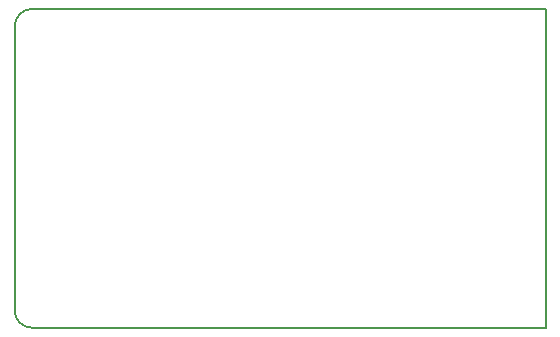
<source format=gm1>
%TF.GenerationSoftware,KiCad,Pcbnew,5.1.9*%
%TF.CreationDate,2021-02-28T20:30:44+01:00*%
%TF.ProjectId,can-usb-dongle,63616e2d-7573-4622-9d64-6f6e676c652e,rev?*%
%TF.SameCoordinates,Original*%
%TF.FileFunction,Profile,NP*%
%FSLAX46Y46*%
G04 Gerber Fmt 4.6, Leading zero omitted, Abs format (unit mm)*
G04 Created by KiCad (PCBNEW 5.1.9) date 2021-02-28 20:30:44*
%MOMM*%
%LPD*%
G01*
G04 APERTURE LIST*
%TA.AperFunction,Profile*%
%ADD10C,0.200000*%
%TD*%
G04 APERTURE END LIST*
D10*
X45000000Y-38000000D02*
G75*
G02*
X46500000Y-36500000I1500000J0D01*
G01*
X46500000Y-63500000D02*
G75*
G02*
X45000000Y-62000000I0J1500000D01*
G01*
X90000000Y-36500000D02*
X46500000Y-36500000D01*
X90000000Y-63500000D02*
X90000000Y-36500000D01*
X46500000Y-63500000D02*
X90000000Y-63500000D01*
X45000000Y-38000000D02*
X45000000Y-62000000D01*
M02*

</source>
